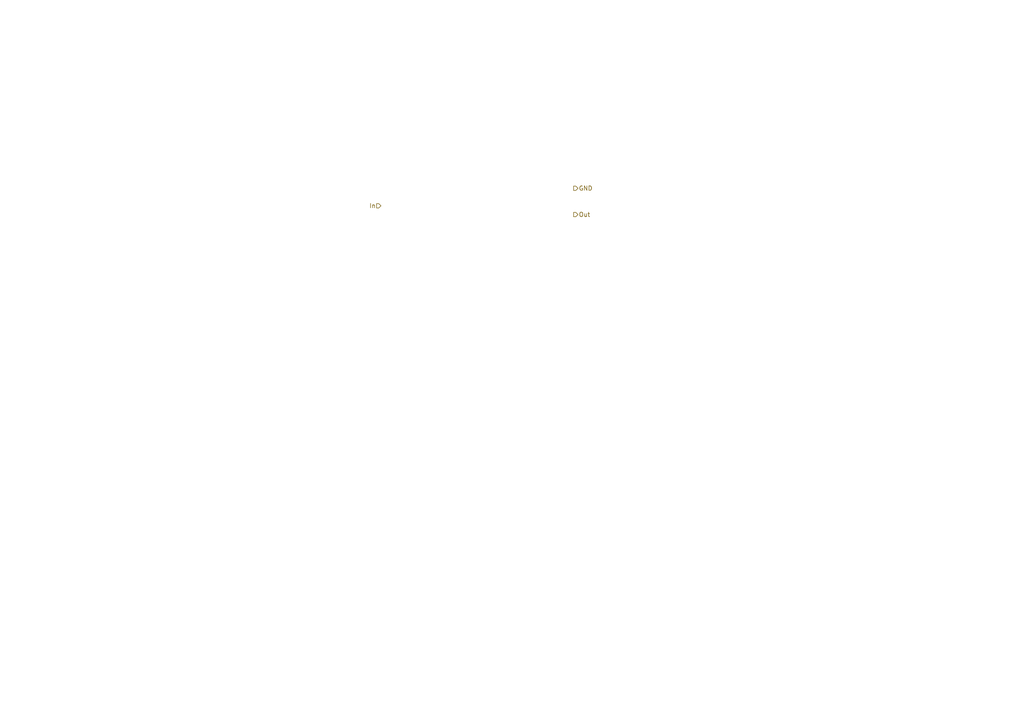
<source format=kicad_sch>
(kicad_sch
	(version 20231120)
	(generator "eeschema")
	(generator_version "8.0")
	(uuid "dc945edb-5916-4c66-bd16-802f9d2fa3d6")
	(paper "A4")
	(lib_symbols)
	(hierarchical_label "GND"
		(shape output)
		(at 166.37 54.61 0)
		(fields_autoplaced yes)
		(effects
			(font
				(size 1.27 1.27)
			)
			(justify left)
		)
		(uuid "845d02dc-f547-4fdc-ad37-c900dbedf6f2")
	)
	(hierarchical_label "In"
		(shape input)
		(at 110.49 59.69 180)
		(fields_autoplaced yes)
		(effects
			(font
				(size 1.27 1.27)
			)
			(justify right)
		)
		(uuid "dddd230e-1504-4853-a2b7-84a4b4ff499b")
	)
	(hierarchical_label "Out"
		(shape output)
		(at 166.37 62.23 0)
		(fields_autoplaced yes)
		(effects
			(font
				(size 1.27 1.27)
			)
			(justify left)
		)
		(uuid "f9c885cb-e18a-4a6e-8a28-c103617a5568")
	)
)

</source>
